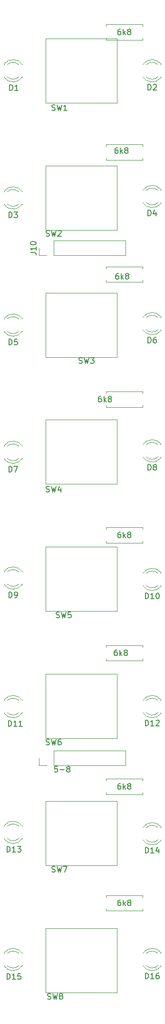
<source format=gbr>
G04 #@! TF.GenerationSoftware,KiCad,Pcbnew,(5.1.5)-3*
G04 #@! TF.CreationDate,2020-05-19T17:08:50-07:00*
G04 #@! TF.ProjectId,SM2REV1,534d3252-4556-4312-9e6b-696361645f70,rev?*
G04 #@! TF.SameCoordinates,Original*
G04 #@! TF.FileFunction,Legend,Top*
G04 #@! TF.FilePolarity,Positive*
%FSLAX46Y46*%
G04 Gerber Fmt 4.6, Leading zero omitted, Abs format (unit mm)*
G04 Created by KiCad (PCBNEW (5.1.5)-3) date 2020-05-19 17:08:50*
%MOMM*%
%LPD*%
G04 APERTURE LIST*
%ADD10C,0.120000*%
%ADD11C,0.150000*%
G04 APERTURE END LIST*
D10*
X125924000Y-149920000D02*
X125924000Y-148590000D01*
X127254000Y-149920000D02*
X125924000Y-149920000D01*
X128524000Y-149920000D02*
X128524000Y-147260000D01*
X128524000Y-147260000D02*
X141284000Y-147260000D01*
X128524000Y-149920000D02*
X141284000Y-149920000D01*
X141284000Y-149920000D02*
X141284000Y-147260000D01*
X125924000Y-59242000D02*
X125924000Y-57912000D01*
X127254000Y-59242000D02*
X125924000Y-59242000D01*
X128524000Y-59242000D02*
X128524000Y-56582000D01*
X128524000Y-56582000D02*
X141284000Y-56582000D01*
X128524000Y-59242000D02*
X141284000Y-59242000D01*
X141284000Y-59242000D02*
X141284000Y-56582000D01*
X119725000Y-27496000D02*
X119725000Y-27652000D01*
X119725000Y-25180000D02*
X119725000Y-25336000D01*
X122326130Y-27495837D02*
G75*
G02X120244039Y-27496000I-1041130J1079837D01*
G01*
X122326130Y-25336163D02*
G75*
G03X120244039Y-25336000I-1041130J-1079837D01*
G01*
X122957335Y-27494608D02*
G75*
G02X119725000Y-27651516I-1672335J1078608D01*
G01*
X122957335Y-25337392D02*
G75*
G03X119725000Y-25180484I-1672335J-1078608D01*
G01*
X144377665Y-27494608D02*
G75*
G03X147610000Y-27651516I1672335J1078608D01*
G01*
X144377665Y-25337392D02*
G75*
G02X147610000Y-25180484I1672335J-1078608D01*
G01*
X145008870Y-27495837D02*
G75*
G03X147090961Y-27496000I1041130J1079837D01*
G01*
X145008870Y-25336163D02*
G75*
G02X147090961Y-25336000I1041130J-1079837D01*
G01*
X147610000Y-27652000D02*
X147610000Y-27496000D01*
X147610000Y-25336000D02*
X147610000Y-25180000D01*
X122957335Y-47943392D02*
G75*
G03X119725000Y-47786484I-1672335J-1078608D01*
G01*
X122957335Y-50100608D02*
G75*
G02X119725000Y-50257516I-1672335J1078608D01*
G01*
X122326130Y-47942163D02*
G75*
G03X120244039Y-47942000I-1041130J-1079837D01*
G01*
X122326130Y-50101837D02*
G75*
G02X120244039Y-50102000I-1041130J1079837D01*
G01*
X119725000Y-47786000D02*
X119725000Y-47942000D01*
X119725000Y-50102000D02*
X119725000Y-50258000D01*
X147610000Y-47688000D02*
X147610000Y-47532000D01*
X147610000Y-50004000D02*
X147610000Y-49848000D01*
X145008870Y-47688163D02*
G75*
G02X147090961Y-47688000I1041130J-1079837D01*
G01*
X145008870Y-49847837D02*
G75*
G03X147090961Y-49848000I1041130J1079837D01*
G01*
X144377665Y-47689392D02*
G75*
G02X147610000Y-47532484I1672335J-1078608D01*
G01*
X144377665Y-49846608D02*
G75*
G03X147610000Y-50003516I1672335J1078608D01*
G01*
X119725000Y-72708000D02*
X119725000Y-72864000D01*
X119725000Y-70392000D02*
X119725000Y-70548000D01*
X122326130Y-72707837D02*
G75*
G02X120244039Y-72708000I-1041130J1079837D01*
G01*
X122326130Y-70548163D02*
G75*
G03X120244039Y-70548000I-1041130J-1079837D01*
G01*
X122957335Y-72706608D02*
G75*
G02X119725000Y-72863516I-1672335J1078608D01*
G01*
X122957335Y-70549392D02*
G75*
G03X119725000Y-70392484I-1672335J-1078608D01*
G01*
X144377665Y-72452608D02*
G75*
G03X147610000Y-72609516I1672335J1078608D01*
G01*
X144377665Y-70295392D02*
G75*
G02X147610000Y-70138484I1672335J-1078608D01*
G01*
X145008870Y-72453837D02*
G75*
G03X147090961Y-72454000I1041130J1079837D01*
G01*
X145008870Y-70294163D02*
G75*
G02X147090961Y-70294000I1041130J-1079837D01*
G01*
X147610000Y-72610000D02*
X147610000Y-72454000D01*
X147610000Y-70294000D02*
X147610000Y-70138000D01*
X122957335Y-93155392D02*
G75*
G03X119725000Y-92998484I-1672335J-1078608D01*
G01*
X122957335Y-95312608D02*
G75*
G02X119725000Y-95469516I-1672335J1078608D01*
G01*
X122326130Y-93154163D02*
G75*
G03X120244039Y-93154000I-1041130J-1079837D01*
G01*
X122326130Y-95313837D02*
G75*
G02X120244039Y-95314000I-1041130J1079837D01*
G01*
X119725000Y-92998000D02*
X119725000Y-93154000D01*
X119725000Y-95314000D02*
X119725000Y-95470000D01*
X147610000Y-92900000D02*
X147610000Y-92744000D01*
X147610000Y-95216000D02*
X147610000Y-95060000D01*
X145008870Y-92900163D02*
G75*
G02X147090961Y-92900000I1041130J-1079837D01*
G01*
X145008870Y-95059837D02*
G75*
G03X147090961Y-95060000I1041130J1079837D01*
G01*
X144377665Y-92901392D02*
G75*
G02X147610000Y-92744484I1672335J-1078608D01*
G01*
X144377665Y-95058608D02*
G75*
G03X147610000Y-95215516I1672335J1078608D01*
G01*
X119725000Y-117666000D02*
X119725000Y-117822000D01*
X119725000Y-115350000D02*
X119725000Y-115506000D01*
X122326130Y-117665837D02*
G75*
G02X120244039Y-117666000I-1041130J1079837D01*
G01*
X122326130Y-115506163D02*
G75*
G03X120244039Y-115506000I-1041130J-1079837D01*
G01*
X122957335Y-117664608D02*
G75*
G02X119725000Y-117821516I-1672335J1078608D01*
G01*
X122957335Y-115507392D02*
G75*
G03X119725000Y-115350484I-1672335J-1078608D01*
G01*
X144377665Y-117918608D02*
G75*
G03X147610000Y-118075516I1672335J1078608D01*
G01*
X144377665Y-115761392D02*
G75*
G02X147610000Y-115604484I1672335J-1078608D01*
G01*
X145008870Y-117919837D02*
G75*
G03X147090961Y-117920000I1041130J1079837D01*
G01*
X145008870Y-115760163D02*
G75*
G02X147090961Y-115760000I1041130J-1079837D01*
G01*
X147610000Y-118076000D02*
X147610000Y-117920000D01*
X147610000Y-115760000D02*
X147610000Y-115604000D01*
X122957335Y-138367392D02*
G75*
G03X119725000Y-138210484I-1672335J-1078608D01*
G01*
X122957335Y-140524608D02*
G75*
G02X119725000Y-140681516I-1672335J1078608D01*
G01*
X122326130Y-138366163D02*
G75*
G03X120244039Y-138366000I-1041130J-1079837D01*
G01*
X122326130Y-140525837D02*
G75*
G02X120244039Y-140526000I-1041130J1079837D01*
G01*
X119725000Y-138210000D02*
X119725000Y-138366000D01*
X119725000Y-140526000D02*
X119725000Y-140682000D01*
X147610000Y-138366000D02*
X147610000Y-138210000D01*
X147610000Y-140682000D02*
X147610000Y-140526000D01*
X145008870Y-138366163D02*
G75*
G02X147090961Y-138366000I1041130J-1079837D01*
G01*
X145008870Y-140525837D02*
G75*
G03X147090961Y-140526000I1041130J1079837D01*
G01*
X144377665Y-138367392D02*
G75*
G02X147610000Y-138210484I1672335J-1078608D01*
G01*
X144377665Y-140524608D02*
G75*
G03X147610000Y-140681516I1672335J1078608D01*
G01*
X119725000Y-162878000D02*
X119725000Y-163034000D01*
X119725000Y-160562000D02*
X119725000Y-160718000D01*
X122326130Y-162877837D02*
G75*
G02X120244039Y-162878000I-1041130J1079837D01*
G01*
X122326130Y-160718163D02*
G75*
G03X120244039Y-160718000I-1041130J-1079837D01*
G01*
X122957335Y-162876608D02*
G75*
G02X119725000Y-163033516I-1672335J1078608D01*
G01*
X122957335Y-160719392D02*
G75*
G03X119725000Y-160562484I-1672335J-1078608D01*
G01*
X144377665Y-163130608D02*
G75*
G03X147610000Y-163287516I1672335J1078608D01*
G01*
X144377665Y-160973392D02*
G75*
G02X147610000Y-160816484I1672335J-1078608D01*
G01*
X145008870Y-163131837D02*
G75*
G03X147090961Y-163132000I1041130J1079837D01*
G01*
X145008870Y-160972163D02*
G75*
G02X147090961Y-160972000I1041130J-1079837D01*
G01*
X147610000Y-163288000D02*
X147610000Y-163132000D01*
X147610000Y-160972000D02*
X147610000Y-160816000D01*
X122957335Y-183325392D02*
G75*
G03X119725000Y-183168484I-1672335J-1078608D01*
G01*
X122957335Y-185482608D02*
G75*
G02X119725000Y-185639516I-1672335J1078608D01*
G01*
X122326130Y-183324163D02*
G75*
G03X120244039Y-183324000I-1041130J-1079837D01*
G01*
X122326130Y-185483837D02*
G75*
G02X120244039Y-185484000I-1041130J1079837D01*
G01*
X119725000Y-183168000D02*
X119725000Y-183324000D01*
X119725000Y-185484000D02*
X119725000Y-185640000D01*
X147610000Y-183324000D02*
X147610000Y-183168000D01*
X147610000Y-185640000D02*
X147610000Y-185484000D01*
X145008870Y-183324163D02*
G75*
G02X147090961Y-183324000I1041130J-1079837D01*
G01*
X145008870Y-185483837D02*
G75*
G03X147090961Y-185484000I1041130J1079837D01*
G01*
X144377665Y-183325392D02*
G75*
G02X147610000Y-183168484I1672335J-1078608D01*
G01*
X144377665Y-185482608D02*
G75*
G03X147610000Y-185639516I1672335J1078608D01*
G01*
X137827000Y-18518000D02*
X137827000Y-18188000D01*
X137827000Y-18188000D02*
X144367000Y-18188000D01*
X144367000Y-18188000D02*
X144367000Y-18518000D01*
X137827000Y-20598000D02*
X137827000Y-20928000D01*
X137827000Y-20928000D02*
X144367000Y-20928000D01*
X144367000Y-20928000D02*
X144367000Y-20598000D01*
X144367000Y-42264000D02*
X144367000Y-41934000D01*
X137827000Y-42264000D02*
X144367000Y-42264000D01*
X137827000Y-41934000D02*
X137827000Y-42264000D01*
X144367000Y-39524000D02*
X144367000Y-39854000D01*
X137827000Y-39524000D02*
X144367000Y-39524000D01*
X137827000Y-39854000D02*
X137827000Y-39524000D01*
X137827000Y-61571000D02*
X137827000Y-61241000D01*
X137827000Y-61241000D02*
X144367000Y-61241000D01*
X144367000Y-61241000D02*
X144367000Y-61571000D01*
X137827000Y-63651000D02*
X137827000Y-63981000D01*
X137827000Y-63981000D02*
X144367000Y-63981000D01*
X144367000Y-63981000D02*
X144367000Y-63651000D01*
X144367000Y-86206000D02*
X144367000Y-85876000D01*
X137827000Y-86206000D02*
X144367000Y-86206000D01*
X137827000Y-85876000D02*
X137827000Y-86206000D01*
X144367000Y-83466000D02*
X144367000Y-83796000D01*
X137827000Y-83466000D02*
X144367000Y-83466000D01*
X137827000Y-83796000D02*
X137827000Y-83466000D01*
X137827000Y-107926000D02*
X137827000Y-107596000D01*
X137827000Y-107596000D02*
X144367000Y-107596000D01*
X144367000Y-107596000D02*
X144367000Y-107926000D01*
X137827000Y-110006000D02*
X137827000Y-110336000D01*
X137827000Y-110336000D02*
X144367000Y-110336000D01*
X144367000Y-110336000D02*
X144367000Y-110006000D01*
X144367000Y-131291000D02*
X144367000Y-130961000D01*
X137827000Y-131291000D02*
X144367000Y-131291000D01*
X137827000Y-130961000D02*
X137827000Y-131291000D01*
X144367000Y-128551000D02*
X144367000Y-128881000D01*
X137827000Y-128551000D02*
X144367000Y-128551000D01*
X137827000Y-128881000D02*
X137827000Y-128551000D01*
X137827000Y-152630000D02*
X137827000Y-152300000D01*
X137827000Y-152300000D02*
X144367000Y-152300000D01*
X144367000Y-152300000D02*
X144367000Y-152630000D01*
X137827000Y-154710000D02*
X137827000Y-155040000D01*
X137827000Y-155040000D02*
X144367000Y-155040000D01*
X144367000Y-155040000D02*
X144367000Y-154710000D01*
X144367000Y-175741000D02*
X144367000Y-175411000D01*
X137827000Y-175741000D02*
X144367000Y-175741000D01*
X137827000Y-175411000D02*
X137827000Y-175741000D01*
X144367000Y-173001000D02*
X144367000Y-173331000D01*
X137827000Y-173001000D02*
X144367000Y-173001000D01*
X137827000Y-173331000D02*
X137827000Y-173001000D01*
X127127000Y-32131000D02*
X127127000Y-20701000D01*
X127127000Y-32131000D02*
X139827000Y-32131000D01*
X127127000Y-20701000D02*
X139827000Y-20701000D01*
X139827000Y-32131000D02*
X139827000Y-20701000D01*
X139827000Y-54718857D02*
X139827000Y-43288857D01*
X127127000Y-43288857D02*
X139827000Y-43288857D01*
X127127000Y-54718857D02*
X139827000Y-54718857D01*
X127127000Y-54718857D02*
X127127000Y-43288857D01*
X127127000Y-77306714D02*
X127127000Y-65876714D01*
X127127000Y-77306714D02*
X139827000Y-77306714D01*
X127127000Y-65876714D02*
X139827000Y-65876714D01*
X139827000Y-77306714D02*
X139827000Y-65876714D01*
X139827000Y-99894571D02*
X139827000Y-88464571D01*
X127127000Y-88464571D02*
X139827000Y-88464571D01*
X127127000Y-99894571D02*
X139827000Y-99894571D01*
X127127000Y-99894571D02*
X127127000Y-88464571D01*
X127127000Y-122482428D02*
X127127000Y-111052428D01*
X127127000Y-122482428D02*
X139827000Y-122482428D01*
X127127000Y-111052428D02*
X139827000Y-111052428D01*
X139827000Y-122482428D02*
X139827000Y-111052428D01*
X139827000Y-145070285D02*
X139827000Y-133640285D01*
X127127000Y-133640285D02*
X139827000Y-133640285D01*
X127127000Y-145070285D02*
X139827000Y-145070285D01*
X127127000Y-145070285D02*
X127127000Y-133640285D01*
X127127000Y-167658142D02*
X127127000Y-156228142D01*
X127127000Y-167658142D02*
X139827000Y-167658142D01*
X127127000Y-156228142D02*
X139827000Y-156228142D01*
X139827000Y-167658142D02*
X139827000Y-156228142D01*
X139827000Y-190246000D02*
X139827000Y-178816000D01*
X127127000Y-178816000D02*
X139827000Y-178816000D01*
X127127000Y-190246000D02*
X139827000Y-190246000D01*
X127127000Y-190246000D02*
X127127000Y-178816000D01*
D11*
X129190857Y-150074380D02*
X128714666Y-150074380D01*
X128667047Y-150550571D01*
X128714666Y-150502952D01*
X128809904Y-150455333D01*
X129048000Y-150455333D01*
X129143238Y-150502952D01*
X129190857Y-150550571D01*
X129238476Y-150645809D01*
X129238476Y-150883904D01*
X129190857Y-150979142D01*
X129143238Y-151026761D01*
X129048000Y-151074380D01*
X128809904Y-151074380D01*
X128714666Y-151026761D01*
X128667047Y-150979142D01*
X129667047Y-150693428D02*
X130428952Y-150693428D01*
X131048000Y-150502952D02*
X130952761Y-150455333D01*
X130905142Y-150407714D01*
X130857523Y-150312476D01*
X130857523Y-150264857D01*
X130905142Y-150169619D01*
X130952761Y-150122000D01*
X131048000Y-150074380D01*
X131238476Y-150074380D01*
X131333714Y-150122000D01*
X131381333Y-150169619D01*
X131428952Y-150264857D01*
X131428952Y-150312476D01*
X131381333Y-150407714D01*
X131333714Y-150455333D01*
X131238476Y-150502952D01*
X131048000Y-150502952D01*
X130952761Y-150550571D01*
X130905142Y-150598190D01*
X130857523Y-150693428D01*
X130857523Y-150883904D01*
X130905142Y-150979142D01*
X130952761Y-151026761D01*
X131048000Y-151074380D01*
X131238476Y-151074380D01*
X131333714Y-151026761D01*
X131381333Y-150979142D01*
X131428952Y-150883904D01*
X131428952Y-150693428D01*
X131381333Y-150598190D01*
X131333714Y-150550571D01*
X131238476Y-150502952D01*
X124376380Y-58721523D02*
X125090666Y-58721523D01*
X125233523Y-58769142D01*
X125328761Y-58864380D01*
X125376380Y-59007238D01*
X125376380Y-59102476D01*
X125376380Y-57721523D02*
X125376380Y-58292952D01*
X125376380Y-58007238D02*
X124376380Y-58007238D01*
X124519238Y-58102476D01*
X124614476Y-58197714D01*
X124662095Y-58292952D01*
X124376380Y-57102476D02*
X124376380Y-57007238D01*
X124424000Y-56912000D01*
X124471619Y-56864380D01*
X124566857Y-56816761D01*
X124757333Y-56769142D01*
X124995428Y-56769142D01*
X125185904Y-56816761D01*
X125281142Y-56864380D01*
X125328761Y-56912000D01*
X125376380Y-57007238D01*
X125376380Y-57102476D01*
X125328761Y-57197714D01*
X125281142Y-57245333D01*
X125185904Y-57292952D01*
X124995428Y-57340571D01*
X124757333Y-57340571D01*
X124566857Y-57292952D01*
X124471619Y-57245333D01*
X124424000Y-57197714D01*
X124376380Y-57102476D01*
X120673904Y-29916380D02*
X120673904Y-28916380D01*
X120912000Y-28916380D01*
X121054857Y-28964000D01*
X121150095Y-29059238D01*
X121197714Y-29154476D01*
X121245333Y-29344952D01*
X121245333Y-29487809D01*
X121197714Y-29678285D01*
X121150095Y-29773523D01*
X121054857Y-29868761D01*
X120912000Y-29916380D01*
X120673904Y-29916380D01*
X122197714Y-29916380D02*
X121626285Y-29916380D01*
X121912000Y-29916380D02*
X121912000Y-28916380D01*
X121816761Y-29059238D01*
X121721523Y-29154476D01*
X121626285Y-29202095D01*
X145311904Y-29828380D02*
X145311904Y-28828380D01*
X145550000Y-28828380D01*
X145692857Y-28876000D01*
X145788095Y-28971238D01*
X145835714Y-29066476D01*
X145883333Y-29256952D01*
X145883333Y-29399809D01*
X145835714Y-29590285D01*
X145788095Y-29685523D01*
X145692857Y-29780761D01*
X145550000Y-29828380D01*
X145311904Y-29828380D01*
X146264285Y-28923619D02*
X146311904Y-28876000D01*
X146407142Y-28828380D01*
X146645238Y-28828380D01*
X146740476Y-28876000D01*
X146788095Y-28923619D01*
X146835714Y-29018857D01*
X146835714Y-29114095D01*
X146788095Y-29256952D01*
X146216666Y-29828380D01*
X146835714Y-29828380D01*
X120546904Y-52522380D02*
X120546904Y-51522380D01*
X120785000Y-51522380D01*
X120927857Y-51570000D01*
X121023095Y-51665238D01*
X121070714Y-51760476D01*
X121118333Y-51950952D01*
X121118333Y-52093809D01*
X121070714Y-52284285D01*
X121023095Y-52379523D01*
X120927857Y-52474761D01*
X120785000Y-52522380D01*
X120546904Y-52522380D01*
X121451666Y-51522380D02*
X122070714Y-51522380D01*
X121737380Y-51903333D01*
X121880238Y-51903333D01*
X121975476Y-51950952D01*
X122023095Y-51998571D01*
X122070714Y-52093809D01*
X122070714Y-52331904D01*
X122023095Y-52427142D01*
X121975476Y-52474761D01*
X121880238Y-52522380D01*
X121594523Y-52522380D01*
X121499285Y-52474761D01*
X121451666Y-52427142D01*
X145311904Y-52180380D02*
X145311904Y-51180380D01*
X145550000Y-51180380D01*
X145692857Y-51228000D01*
X145788095Y-51323238D01*
X145835714Y-51418476D01*
X145883333Y-51608952D01*
X145883333Y-51751809D01*
X145835714Y-51942285D01*
X145788095Y-52037523D01*
X145692857Y-52132761D01*
X145550000Y-52180380D01*
X145311904Y-52180380D01*
X146740476Y-51513714D02*
X146740476Y-52180380D01*
X146502380Y-51132761D02*
X146264285Y-51847047D01*
X146883333Y-51847047D01*
X120546904Y-75128380D02*
X120546904Y-74128380D01*
X120785000Y-74128380D01*
X120927857Y-74176000D01*
X121023095Y-74271238D01*
X121070714Y-74366476D01*
X121118333Y-74556952D01*
X121118333Y-74699809D01*
X121070714Y-74890285D01*
X121023095Y-74985523D01*
X120927857Y-75080761D01*
X120785000Y-75128380D01*
X120546904Y-75128380D01*
X122023095Y-74128380D02*
X121546904Y-74128380D01*
X121499285Y-74604571D01*
X121546904Y-74556952D01*
X121642142Y-74509333D01*
X121880238Y-74509333D01*
X121975476Y-74556952D01*
X122023095Y-74604571D01*
X122070714Y-74699809D01*
X122070714Y-74937904D01*
X122023095Y-75033142D01*
X121975476Y-75080761D01*
X121880238Y-75128380D01*
X121642142Y-75128380D01*
X121546904Y-75080761D01*
X121499285Y-75033142D01*
X145311904Y-74786380D02*
X145311904Y-73786380D01*
X145550000Y-73786380D01*
X145692857Y-73834000D01*
X145788095Y-73929238D01*
X145835714Y-74024476D01*
X145883333Y-74214952D01*
X145883333Y-74357809D01*
X145835714Y-74548285D01*
X145788095Y-74643523D01*
X145692857Y-74738761D01*
X145550000Y-74786380D01*
X145311904Y-74786380D01*
X146740476Y-73786380D02*
X146550000Y-73786380D01*
X146454761Y-73834000D01*
X146407142Y-73881619D01*
X146311904Y-74024476D01*
X146264285Y-74214952D01*
X146264285Y-74595904D01*
X146311904Y-74691142D01*
X146359523Y-74738761D01*
X146454761Y-74786380D01*
X146645238Y-74786380D01*
X146740476Y-74738761D01*
X146788095Y-74691142D01*
X146835714Y-74595904D01*
X146835714Y-74357809D01*
X146788095Y-74262571D01*
X146740476Y-74214952D01*
X146645238Y-74167333D01*
X146454761Y-74167333D01*
X146359523Y-74214952D01*
X146311904Y-74262571D01*
X146264285Y-74357809D01*
X120546904Y-97734380D02*
X120546904Y-96734380D01*
X120785000Y-96734380D01*
X120927857Y-96782000D01*
X121023095Y-96877238D01*
X121070714Y-96972476D01*
X121118333Y-97162952D01*
X121118333Y-97305809D01*
X121070714Y-97496285D01*
X121023095Y-97591523D01*
X120927857Y-97686761D01*
X120785000Y-97734380D01*
X120546904Y-97734380D01*
X121451666Y-96734380D02*
X122118333Y-96734380D01*
X121689761Y-97734380D01*
X145311904Y-97392380D02*
X145311904Y-96392380D01*
X145550000Y-96392380D01*
X145692857Y-96440000D01*
X145788095Y-96535238D01*
X145835714Y-96630476D01*
X145883333Y-96820952D01*
X145883333Y-96963809D01*
X145835714Y-97154285D01*
X145788095Y-97249523D01*
X145692857Y-97344761D01*
X145550000Y-97392380D01*
X145311904Y-97392380D01*
X146454761Y-96820952D02*
X146359523Y-96773333D01*
X146311904Y-96725714D01*
X146264285Y-96630476D01*
X146264285Y-96582857D01*
X146311904Y-96487619D01*
X146359523Y-96440000D01*
X146454761Y-96392380D01*
X146645238Y-96392380D01*
X146740476Y-96440000D01*
X146788095Y-96487619D01*
X146835714Y-96582857D01*
X146835714Y-96630476D01*
X146788095Y-96725714D01*
X146740476Y-96773333D01*
X146645238Y-96820952D01*
X146454761Y-96820952D01*
X146359523Y-96868571D01*
X146311904Y-96916190D01*
X146264285Y-97011428D01*
X146264285Y-97201904D01*
X146311904Y-97297142D01*
X146359523Y-97344761D01*
X146454761Y-97392380D01*
X146645238Y-97392380D01*
X146740476Y-97344761D01*
X146788095Y-97297142D01*
X146835714Y-97201904D01*
X146835714Y-97011428D01*
X146788095Y-96916190D01*
X146740476Y-96868571D01*
X146645238Y-96820952D01*
X120546904Y-120086380D02*
X120546904Y-119086380D01*
X120785000Y-119086380D01*
X120927857Y-119134000D01*
X121023095Y-119229238D01*
X121070714Y-119324476D01*
X121118333Y-119514952D01*
X121118333Y-119657809D01*
X121070714Y-119848285D01*
X121023095Y-119943523D01*
X120927857Y-120038761D01*
X120785000Y-120086380D01*
X120546904Y-120086380D01*
X121594523Y-120086380D02*
X121785000Y-120086380D01*
X121880238Y-120038761D01*
X121927857Y-119991142D01*
X122023095Y-119848285D01*
X122070714Y-119657809D01*
X122070714Y-119276857D01*
X122023095Y-119181619D01*
X121975476Y-119134000D01*
X121880238Y-119086380D01*
X121689761Y-119086380D01*
X121594523Y-119134000D01*
X121546904Y-119181619D01*
X121499285Y-119276857D01*
X121499285Y-119514952D01*
X121546904Y-119610190D01*
X121594523Y-119657809D01*
X121689761Y-119705428D01*
X121880238Y-119705428D01*
X121975476Y-119657809D01*
X122023095Y-119610190D01*
X122070714Y-119514952D01*
X144835714Y-120252380D02*
X144835714Y-119252380D01*
X145073809Y-119252380D01*
X145216666Y-119300000D01*
X145311904Y-119395238D01*
X145359523Y-119490476D01*
X145407142Y-119680952D01*
X145407142Y-119823809D01*
X145359523Y-120014285D01*
X145311904Y-120109523D01*
X145216666Y-120204761D01*
X145073809Y-120252380D01*
X144835714Y-120252380D01*
X146359523Y-120252380D02*
X145788095Y-120252380D01*
X146073809Y-120252380D02*
X146073809Y-119252380D01*
X145978571Y-119395238D01*
X145883333Y-119490476D01*
X145788095Y-119538095D01*
X146978571Y-119252380D02*
X147073809Y-119252380D01*
X147169047Y-119300000D01*
X147216666Y-119347619D01*
X147264285Y-119442857D01*
X147311904Y-119633333D01*
X147311904Y-119871428D01*
X147264285Y-120061904D01*
X147216666Y-120157142D01*
X147169047Y-120204761D01*
X147073809Y-120252380D01*
X146978571Y-120252380D01*
X146883333Y-120204761D01*
X146835714Y-120157142D01*
X146788095Y-120061904D01*
X146740476Y-119871428D01*
X146740476Y-119633333D01*
X146788095Y-119442857D01*
X146835714Y-119347619D01*
X146883333Y-119300000D01*
X146978571Y-119252380D01*
X120451714Y-142946380D02*
X120451714Y-141946380D01*
X120689809Y-141946380D01*
X120832666Y-141994000D01*
X120927904Y-142089238D01*
X120975523Y-142184476D01*
X121023142Y-142374952D01*
X121023142Y-142517809D01*
X120975523Y-142708285D01*
X120927904Y-142803523D01*
X120832666Y-142898761D01*
X120689809Y-142946380D01*
X120451714Y-142946380D01*
X121975523Y-142946380D02*
X121404095Y-142946380D01*
X121689809Y-142946380D02*
X121689809Y-141946380D01*
X121594571Y-142089238D01*
X121499333Y-142184476D01*
X121404095Y-142232095D01*
X122927904Y-142946380D02*
X122356476Y-142946380D01*
X122642190Y-142946380D02*
X122642190Y-141946380D01*
X122546952Y-142089238D01*
X122451714Y-142184476D01*
X122356476Y-142232095D01*
X144835714Y-142858380D02*
X144835714Y-141858380D01*
X145073809Y-141858380D01*
X145216666Y-141906000D01*
X145311904Y-142001238D01*
X145359523Y-142096476D01*
X145407142Y-142286952D01*
X145407142Y-142429809D01*
X145359523Y-142620285D01*
X145311904Y-142715523D01*
X145216666Y-142810761D01*
X145073809Y-142858380D01*
X144835714Y-142858380D01*
X146359523Y-142858380D02*
X145788095Y-142858380D01*
X146073809Y-142858380D02*
X146073809Y-141858380D01*
X145978571Y-142001238D01*
X145883333Y-142096476D01*
X145788095Y-142144095D01*
X146740476Y-141953619D02*
X146788095Y-141906000D01*
X146883333Y-141858380D01*
X147121428Y-141858380D01*
X147216666Y-141906000D01*
X147264285Y-141953619D01*
X147311904Y-142048857D01*
X147311904Y-142144095D01*
X147264285Y-142286952D01*
X146692857Y-142858380D01*
X147311904Y-142858380D01*
X120197714Y-165298380D02*
X120197714Y-164298380D01*
X120435809Y-164298380D01*
X120578666Y-164346000D01*
X120673904Y-164441238D01*
X120721523Y-164536476D01*
X120769142Y-164726952D01*
X120769142Y-164869809D01*
X120721523Y-165060285D01*
X120673904Y-165155523D01*
X120578666Y-165250761D01*
X120435809Y-165298380D01*
X120197714Y-165298380D01*
X121721523Y-165298380D02*
X121150095Y-165298380D01*
X121435809Y-165298380D02*
X121435809Y-164298380D01*
X121340571Y-164441238D01*
X121245333Y-164536476D01*
X121150095Y-164584095D01*
X122054857Y-164298380D02*
X122673904Y-164298380D01*
X122340571Y-164679333D01*
X122483428Y-164679333D01*
X122578666Y-164726952D01*
X122626285Y-164774571D01*
X122673904Y-164869809D01*
X122673904Y-165107904D01*
X122626285Y-165203142D01*
X122578666Y-165250761D01*
X122483428Y-165298380D01*
X122197714Y-165298380D01*
X122102476Y-165250761D01*
X122054857Y-165203142D01*
X144835714Y-165464380D02*
X144835714Y-164464380D01*
X145073809Y-164464380D01*
X145216666Y-164512000D01*
X145311904Y-164607238D01*
X145359523Y-164702476D01*
X145407142Y-164892952D01*
X145407142Y-165035809D01*
X145359523Y-165226285D01*
X145311904Y-165321523D01*
X145216666Y-165416761D01*
X145073809Y-165464380D01*
X144835714Y-165464380D01*
X146359523Y-165464380D02*
X145788095Y-165464380D01*
X146073809Y-165464380D02*
X146073809Y-164464380D01*
X145978571Y-164607238D01*
X145883333Y-164702476D01*
X145788095Y-164750095D01*
X147216666Y-164797714D02*
X147216666Y-165464380D01*
X146978571Y-164416761D02*
X146740476Y-165131047D01*
X147359523Y-165131047D01*
X120197714Y-187904380D02*
X120197714Y-186904380D01*
X120435809Y-186904380D01*
X120578666Y-186952000D01*
X120673904Y-187047238D01*
X120721523Y-187142476D01*
X120769142Y-187332952D01*
X120769142Y-187475809D01*
X120721523Y-187666285D01*
X120673904Y-187761523D01*
X120578666Y-187856761D01*
X120435809Y-187904380D01*
X120197714Y-187904380D01*
X121721523Y-187904380D02*
X121150095Y-187904380D01*
X121435809Y-187904380D02*
X121435809Y-186904380D01*
X121340571Y-187047238D01*
X121245333Y-187142476D01*
X121150095Y-187190095D01*
X122626285Y-186904380D02*
X122150095Y-186904380D01*
X122102476Y-187380571D01*
X122150095Y-187332952D01*
X122245333Y-187285333D01*
X122483428Y-187285333D01*
X122578666Y-187332952D01*
X122626285Y-187380571D01*
X122673904Y-187475809D01*
X122673904Y-187713904D01*
X122626285Y-187809142D01*
X122578666Y-187856761D01*
X122483428Y-187904380D01*
X122245333Y-187904380D01*
X122150095Y-187856761D01*
X122102476Y-187809142D01*
X144835714Y-187816380D02*
X144835714Y-186816380D01*
X145073809Y-186816380D01*
X145216666Y-186864000D01*
X145311904Y-186959238D01*
X145359523Y-187054476D01*
X145407142Y-187244952D01*
X145407142Y-187387809D01*
X145359523Y-187578285D01*
X145311904Y-187673523D01*
X145216666Y-187768761D01*
X145073809Y-187816380D01*
X144835714Y-187816380D01*
X146359523Y-187816380D02*
X145788095Y-187816380D01*
X146073809Y-187816380D02*
X146073809Y-186816380D01*
X145978571Y-186959238D01*
X145883333Y-187054476D01*
X145788095Y-187102095D01*
X147216666Y-186816380D02*
X147026190Y-186816380D01*
X146930952Y-186864000D01*
X146883333Y-186911619D01*
X146788095Y-187054476D01*
X146740476Y-187244952D01*
X146740476Y-187625904D01*
X146788095Y-187721142D01*
X146835714Y-187768761D01*
X146930952Y-187816380D01*
X147121428Y-187816380D01*
X147216666Y-187768761D01*
X147264285Y-187721142D01*
X147311904Y-187625904D01*
X147311904Y-187387809D01*
X147264285Y-187292571D01*
X147216666Y-187244952D01*
X147121428Y-187197333D01*
X146930952Y-187197333D01*
X146835714Y-187244952D01*
X146788095Y-187292571D01*
X146740476Y-187387809D01*
X140406523Y-19010380D02*
X140216047Y-19010380D01*
X140120809Y-19058000D01*
X140073190Y-19105619D01*
X139977952Y-19248476D01*
X139930333Y-19438952D01*
X139930333Y-19819904D01*
X139977952Y-19915142D01*
X140025571Y-19962761D01*
X140120809Y-20010380D01*
X140311285Y-20010380D01*
X140406523Y-19962761D01*
X140454142Y-19915142D01*
X140501761Y-19819904D01*
X140501761Y-19581809D01*
X140454142Y-19486571D01*
X140406523Y-19438952D01*
X140311285Y-19391333D01*
X140120809Y-19391333D01*
X140025571Y-19438952D01*
X139977952Y-19486571D01*
X139930333Y-19581809D01*
X140930333Y-20010380D02*
X140930333Y-19010380D01*
X141025571Y-19629428D02*
X141311285Y-20010380D01*
X141311285Y-19343714D02*
X140930333Y-19724666D01*
X141882714Y-19438952D02*
X141787476Y-19391333D01*
X141739857Y-19343714D01*
X141692238Y-19248476D01*
X141692238Y-19200857D01*
X141739857Y-19105619D01*
X141787476Y-19058000D01*
X141882714Y-19010380D01*
X142073190Y-19010380D01*
X142168428Y-19058000D01*
X142216047Y-19105619D01*
X142263666Y-19200857D01*
X142263666Y-19248476D01*
X142216047Y-19343714D01*
X142168428Y-19391333D01*
X142073190Y-19438952D01*
X141882714Y-19438952D01*
X141787476Y-19486571D01*
X141739857Y-19534190D01*
X141692238Y-19629428D01*
X141692238Y-19819904D01*
X141739857Y-19915142D01*
X141787476Y-19962761D01*
X141882714Y-20010380D01*
X142073190Y-20010380D01*
X142168428Y-19962761D01*
X142216047Y-19915142D01*
X142263666Y-19819904D01*
X142263666Y-19629428D01*
X142216047Y-19534190D01*
X142168428Y-19486571D01*
X142073190Y-19438952D01*
X139898523Y-40092380D02*
X139708047Y-40092380D01*
X139612809Y-40140000D01*
X139565190Y-40187619D01*
X139469952Y-40330476D01*
X139422333Y-40520952D01*
X139422333Y-40901904D01*
X139469952Y-40997142D01*
X139517571Y-41044761D01*
X139612809Y-41092380D01*
X139803285Y-41092380D01*
X139898523Y-41044761D01*
X139946142Y-40997142D01*
X139993761Y-40901904D01*
X139993761Y-40663809D01*
X139946142Y-40568571D01*
X139898523Y-40520952D01*
X139803285Y-40473333D01*
X139612809Y-40473333D01*
X139517571Y-40520952D01*
X139469952Y-40568571D01*
X139422333Y-40663809D01*
X140422333Y-41092380D02*
X140422333Y-40092380D01*
X140517571Y-40711428D02*
X140803285Y-41092380D01*
X140803285Y-40425714D02*
X140422333Y-40806666D01*
X141374714Y-40520952D02*
X141279476Y-40473333D01*
X141231857Y-40425714D01*
X141184238Y-40330476D01*
X141184238Y-40282857D01*
X141231857Y-40187619D01*
X141279476Y-40140000D01*
X141374714Y-40092380D01*
X141565190Y-40092380D01*
X141660428Y-40140000D01*
X141708047Y-40187619D01*
X141755666Y-40282857D01*
X141755666Y-40330476D01*
X141708047Y-40425714D01*
X141660428Y-40473333D01*
X141565190Y-40520952D01*
X141374714Y-40520952D01*
X141279476Y-40568571D01*
X141231857Y-40616190D01*
X141184238Y-40711428D01*
X141184238Y-40901904D01*
X141231857Y-40997142D01*
X141279476Y-41044761D01*
X141374714Y-41092380D01*
X141565190Y-41092380D01*
X141660428Y-41044761D01*
X141708047Y-40997142D01*
X141755666Y-40901904D01*
X141755666Y-40711428D01*
X141708047Y-40616190D01*
X141660428Y-40568571D01*
X141565190Y-40520952D01*
X140025523Y-62444380D02*
X139835047Y-62444380D01*
X139739809Y-62492000D01*
X139692190Y-62539619D01*
X139596952Y-62682476D01*
X139549333Y-62872952D01*
X139549333Y-63253904D01*
X139596952Y-63349142D01*
X139644571Y-63396761D01*
X139739809Y-63444380D01*
X139930285Y-63444380D01*
X140025523Y-63396761D01*
X140073142Y-63349142D01*
X140120761Y-63253904D01*
X140120761Y-63015809D01*
X140073142Y-62920571D01*
X140025523Y-62872952D01*
X139930285Y-62825333D01*
X139739809Y-62825333D01*
X139644571Y-62872952D01*
X139596952Y-62920571D01*
X139549333Y-63015809D01*
X140549333Y-63444380D02*
X140549333Y-62444380D01*
X140644571Y-63063428D02*
X140930285Y-63444380D01*
X140930285Y-62777714D02*
X140549333Y-63158666D01*
X141501714Y-62872952D02*
X141406476Y-62825333D01*
X141358857Y-62777714D01*
X141311238Y-62682476D01*
X141311238Y-62634857D01*
X141358857Y-62539619D01*
X141406476Y-62492000D01*
X141501714Y-62444380D01*
X141692190Y-62444380D01*
X141787428Y-62492000D01*
X141835047Y-62539619D01*
X141882666Y-62634857D01*
X141882666Y-62682476D01*
X141835047Y-62777714D01*
X141787428Y-62825333D01*
X141692190Y-62872952D01*
X141501714Y-62872952D01*
X141406476Y-62920571D01*
X141358857Y-62968190D01*
X141311238Y-63063428D01*
X141311238Y-63253904D01*
X141358857Y-63349142D01*
X141406476Y-63396761D01*
X141501714Y-63444380D01*
X141692190Y-63444380D01*
X141787428Y-63396761D01*
X141835047Y-63349142D01*
X141882666Y-63253904D01*
X141882666Y-63063428D01*
X141835047Y-62968190D01*
X141787428Y-62920571D01*
X141692190Y-62872952D01*
X136953665Y-84288380D02*
X136763189Y-84288380D01*
X136667951Y-84336000D01*
X136620332Y-84383619D01*
X136525094Y-84526476D01*
X136477475Y-84716952D01*
X136477475Y-85097904D01*
X136525094Y-85193142D01*
X136572713Y-85240761D01*
X136667951Y-85288380D01*
X136858427Y-85288380D01*
X136953665Y-85240761D01*
X137001284Y-85193142D01*
X137048903Y-85097904D01*
X137048903Y-84859809D01*
X137001284Y-84764571D01*
X136953665Y-84716952D01*
X136858427Y-84669333D01*
X136667951Y-84669333D01*
X136572713Y-84716952D01*
X136525094Y-84764571D01*
X136477475Y-84859809D01*
X137477475Y-85288380D02*
X137477475Y-84288380D01*
X137572713Y-84907428D02*
X137858427Y-85288380D01*
X137858427Y-84621714D02*
X137477475Y-85002666D01*
X138429856Y-84716952D02*
X138334618Y-84669333D01*
X138286999Y-84621714D01*
X138239380Y-84526476D01*
X138239380Y-84478857D01*
X138286999Y-84383619D01*
X138334618Y-84336000D01*
X138429856Y-84288380D01*
X138620332Y-84288380D01*
X138715570Y-84336000D01*
X138763189Y-84383619D01*
X138810808Y-84478857D01*
X138810808Y-84526476D01*
X138763189Y-84621714D01*
X138715570Y-84669333D01*
X138620332Y-84716952D01*
X138429856Y-84716952D01*
X138334618Y-84764571D01*
X138286999Y-84812190D01*
X138239380Y-84907428D01*
X138239380Y-85097904D01*
X138286999Y-85193142D01*
X138334618Y-85240761D01*
X138429856Y-85288380D01*
X138620332Y-85288380D01*
X138715570Y-85240761D01*
X138763189Y-85193142D01*
X138810808Y-85097904D01*
X138810808Y-84907428D01*
X138763189Y-84812190D01*
X138715570Y-84764571D01*
X138620332Y-84716952D01*
X140406523Y-108418380D02*
X140216047Y-108418380D01*
X140120809Y-108466000D01*
X140073190Y-108513619D01*
X139977952Y-108656476D01*
X139930333Y-108846952D01*
X139930333Y-109227904D01*
X139977952Y-109323142D01*
X140025571Y-109370761D01*
X140120809Y-109418380D01*
X140311285Y-109418380D01*
X140406523Y-109370761D01*
X140454142Y-109323142D01*
X140501761Y-109227904D01*
X140501761Y-108989809D01*
X140454142Y-108894571D01*
X140406523Y-108846952D01*
X140311285Y-108799333D01*
X140120809Y-108799333D01*
X140025571Y-108846952D01*
X139977952Y-108894571D01*
X139930333Y-108989809D01*
X140930333Y-109418380D02*
X140930333Y-108418380D01*
X141025571Y-109037428D02*
X141311285Y-109418380D01*
X141311285Y-108751714D02*
X140930333Y-109132666D01*
X141882714Y-108846952D02*
X141787476Y-108799333D01*
X141739857Y-108751714D01*
X141692238Y-108656476D01*
X141692238Y-108608857D01*
X141739857Y-108513619D01*
X141787476Y-108466000D01*
X141882714Y-108418380D01*
X142073190Y-108418380D01*
X142168428Y-108466000D01*
X142216047Y-108513619D01*
X142263666Y-108608857D01*
X142263666Y-108656476D01*
X142216047Y-108751714D01*
X142168428Y-108799333D01*
X142073190Y-108846952D01*
X141882714Y-108846952D01*
X141787476Y-108894571D01*
X141739857Y-108942190D01*
X141692238Y-109037428D01*
X141692238Y-109227904D01*
X141739857Y-109323142D01*
X141787476Y-109370761D01*
X141882714Y-109418380D01*
X142073190Y-109418380D01*
X142168428Y-109370761D01*
X142216047Y-109323142D01*
X142263666Y-109227904D01*
X142263666Y-109037428D01*
X142216047Y-108942190D01*
X142168428Y-108894571D01*
X142073190Y-108846952D01*
X139771523Y-129373380D02*
X139581047Y-129373380D01*
X139485809Y-129421000D01*
X139438190Y-129468619D01*
X139342952Y-129611476D01*
X139295333Y-129801952D01*
X139295333Y-130182904D01*
X139342952Y-130278142D01*
X139390571Y-130325761D01*
X139485809Y-130373380D01*
X139676285Y-130373380D01*
X139771523Y-130325761D01*
X139819142Y-130278142D01*
X139866761Y-130182904D01*
X139866761Y-129944809D01*
X139819142Y-129849571D01*
X139771523Y-129801952D01*
X139676285Y-129754333D01*
X139485809Y-129754333D01*
X139390571Y-129801952D01*
X139342952Y-129849571D01*
X139295333Y-129944809D01*
X140295333Y-130373380D02*
X140295333Y-129373380D01*
X140390571Y-129992428D02*
X140676285Y-130373380D01*
X140676285Y-129706714D02*
X140295333Y-130087666D01*
X141247714Y-129801952D02*
X141152476Y-129754333D01*
X141104857Y-129706714D01*
X141057238Y-129611476D01*
X141057238Y-129563857D01*
X141104857Y-129468619D01*
X141152476Y-129421000D01*
X141247714Y-129373380D01*
X141438190Y-129373380D01*
X141533428Y-129421000D01*
X141581047Y-129468619D01*
X141628666Y-129563857D01*
X141628666Y-129611476D01*
X141581047Y-129706714D01*
X141533428Y-129754333D01*
X141438190Y-129801952D01*
X141247714Y-129801952D01*
X141152476Y-129849571D01*
X141104857Y-129897190D01*
X141057238Y-129992428D01*
X141057238Y-130182904D01*
X141104857Y-130278142D01*
X141152476Y-130325761D01*
X141247714Y-130373380D01*
X141438190Y-130373380D01*
X141533428Y-130325761D01*
X141581047Y-130278142D01*
X141628666Y-130182904D01*
X141628666Y-129992428D01*
X141581047Y-129897190D01*
X141533428Y-129849571D01*
X141438190Y-129801952D01*
X140406523Y-153122380D02*
X140216047Y-153122380D01*
X140120809Y-153170000D01*
X140073190Y-153217619D01*
X139977952Y-153360476D01*
X139930333Y-153550952D01*
X139930333Y-153931904D01*
X139977952Y-154027142D01*
X140025571Y-154074761D01*
X140120809Y-154122380D01*
X140311285Y-154122380D01*
X140406523Y-154074761D01*
X140454142Y-154027142D01*
X140501761Y-153931904D01*
X140501761Y-153693809D01*
X140454142Y-153598571D01*
X140406523Y-153550952D01*
X140311285Y-153503333D01*
X140120809Y-153503333D01*
X140025571Y-153550952D01*
X139977952Y-153598571D01*
X139930333Y-153693809D01*
X140930333Y-154122380D02*
X140930333Y-153122380D01*
X141025571Y-153741428D02*
X141311285Y-154122380D01*
X141311285Y-153455714D02*
X140930333Y-153836666D01*
X141882714Y-153550952D02*
X141787476Y-153503333D01*
X141739857Y-153455714D01*
X141692238Y-153360476D01*
X141692238Y-153312857D01*
X141739857Y-153217619D01*
X141787476Y-153170000D01*
X141882714Y-153122380D01*
X142073190Y-153122380D01*
X142168428Y-153170000D01*
X142216047Y-153217619D01*
X142263666Y-153312857D01*
X142263666Y-153360476D01*
X142216047Y-153455714D01*
X142168428Y-153503333D01*
X142073190Y-153550952D01*
X141882714Y-153550952D01*
X141787476Y-153598571D01*
X141739857Y-153646190D01*
X141692238Y-153741428D01*
X141692238Y-153931904D01*
X141739857Y-154027142D01*
X141787476Y-154074761D01*
X141882714Y-154122380D01*
X142073190Y-154122380D01*
X142168428Y-154074761D01*
X142216047Y-154027142D01*
X142263666Y-153931904D01*
X142263666Y-153741428D01*
X142216047Y-153646190D01*
X142168428Y-153598571D01*
X142073190Y-153550952D01*
X140406523Y-173823380D02*
X140216047Y-173823380D01*
X140120809Y-173871000D01*
X140073190Y-173918619D01*
X139977952Y-174061476D01*
X139930333Y-174251952D01*
X139930333Y-174632904D01*
X139977952Y-174728142D01*
X140025571Y-174775761D01*
X140120809Y-174823380D01*
X140311285Y-174823380D01*
X140406523Y-174775761D01*
X140454142Y-174728142D01*
X140501761Y-174632904D01*
X140501761Y-174394809D01*
X140454142Y-174299571D01*
X140406523Y-174251952D01*
X140311285Y-174204333D01*
X140120809Y-174204333D01*
X140025571Y-174251952D01*
X139977952Y-174299571D01*
X139930333Y-174394809D01*
X140930333Y-174823380D02*
X140930333Y-173823380D01*
X141025571Y-174442428D02*
X141311285Y-174823380D01*
X141311285Y-174156714D02*
X140930333Y-174537666D01*
X141882714Y-174251952D02*
X141787476Y-174204333D01*
X141739857Y-174156714D01*
X141692238Y-174061476D01*
X141692238Y-174013857D01*
X141739857Y-173918619D01*
X141787476Y-173871000D01*
X141882714Y-173823380D01*
X142073190Y-173823380D01*
X142168428Y-173871000D01*
X142216047Y-173918619D01*
X142263666Y-174013857D01*
X142263666Y-174061476D01*
X142216047Y-174156714D01*
X142168428Y-174204333D01*
X142073190Y-174251952D01*
X141882714Y-174251952D01*
X141787476Y-174299571D01*
X141739857Y-174347190D01*
X141692238Y-174442428D01*
X141692238Y-174632904D01*
X141739857Y-174728142D01*
X141787476Y-174775761D01*
X141882714Y-174823380D01*
X142073190Y-174823380D01*
X142168428Y-174775761D01*
X142216047Y-174728142D01*
X142263666Y-174632904D01*
X142263666Y-174442428D01*
X142216047Y-174347190D01*
X142168428Y-174299571D01*
X142073190Y-174251952D01*
X128206666Y-33424761D02*
X128349523Y-33472380D01*
X128587619Y-33472380D01*
X128682857Y-33424761D01*
X128730476Y-33377142D01*
X128778095Y-33281904D01*
X128778095Y-33186666D01*
X128730476Y-33091428D01*
X128682857Y-33043809D01*
X128587619Y-32996190D01*
X128397142Y-32948571D01*
X128301904Y-32900952D01*
X128254285Y-32853333D01*
X128206666Y-32758095D01*
X128206666Y-32662857D01*
X128254285Y-32567619D01*
X128301904Y-32520000D01*
X128397142Y-32472380D01*
X128635238Y-32472380D01*
X128778095Y-32520000D01*
X129111428Y-32472380D02*
X129349523Y-33472380D01*
X129540000Y-32758095D01*
X129730476Y-33472380D01*
X129968571Y-32472380D01*
X130873333Y-33472380D02*
X130301904Y-33472380D01*
X130587619Y-33472380D02*
X130587619Y-32472380D01*
X130492380Y-32615238D01*
X130397142Y-32710476D01*
X130301904Y-32758095D01*
X127190666Y-55776761D02*
X127333523Y-55824380D01*
X127571619Y-55824380D01*
X127666857Y-55776761D01*
X127714476Y-55729142D01*
X127762095Y-55633904D01*
X127762095Y-55538666D01*
X127714476Y-55443428D01*
X127666857Y-55395809D01*
X127571619Y-55348190D01*
X127381142Y-55300571D01*
X127285904Y-55252952D01*
X127238285Y-55205333D01*
X127190666Y-55110095D01*
X127190666Y-55014857D01*
X127238285Y-54919619D01*
X127285904Y-54872000D01*
X127381142Y-54824380D01*
X127619238Y-54824380D01*
X127762095Y-54872000D01*
X128095428Y-54824380D02*
X128333523Y-55824380D01*
X128524000Y-55110095D01*
X128714476Y-55824380D01*
X128952571Y-54824380D01*
X129285904Y-54919619D02*
X129333523Y-54872000D01*
X129428761Y-54824380D01*
X129666857Y-54824380D01*
X129762095Y-54872000D01*
X129809714Y-54919619D01*
X129857333Y-55014857D01*
X129857333Y-55110095D01*
X129809714Y-55252952D01*
X129238285Y-55824380D01*
X129857333Y-55824380D01*
X133032666Y-78382761D02*
X133175523Y-78430380D01*
X133413619Y-78430380D01*
X133508857Y-78382761D01*
X133556476Y-78335142D01*
X133604095Y-78239904D01*
X133604095Y-78144666D01*
X133556476Y-78049428D01*
X133508857Y-78001809D01*
X133413619Y-77954190D01*
X133223142Y-77906571D01*
X133127904Y-77858952D01*
X133080285Y-77811333D01*
X133032666Y-77716095D01*
X133032666Y-77620857D01*
X133080285Y-77525619D01*
X133127904Y-77478000D01*
X133223142Y-77430380D01*
X133461238Y-77430380D01*
X133604095Y-77478000D01*
X133937428Y-77430380D02*
X134175523Y-78430380D01*
X134366000Y-77716095D01*
X134556476Y-78430380D01*
X134794571Y-77430380D01*
X135080285Y-77430380D02*
X135699333Y-77430380D01*
X135366000Y-77811333D01*
X135508857Y-77811333D01*
X135604095Y-77858952D01*
X135651714Y-77906571D01*
X135699333Y-78001809D01*
X135699333Y-78239904D01*
X135651714Y-78335142D01*
X135604095Y-78382761D01*
X135508857Y-78430380D01*
X135223142Y-78430380D01*
X135127904Y-78382761D01*
X135080285Y-78335142D01*
X127190666Y-101242761D02*
X127333523Y-101290380D01*
X127571619Y-101290380D01*
X127666857Y-101242761D01*
X127714476Y-101195142D01*
X127762095Y-101099904D01*
X127762095Y-101004666D01*
X127714476Y-100909428D01*
X127666857Y-100861809D01*
X127571619Y-100814190D01*
X127381142Y-100766571D01*
X127285904Y-100718952D01*
X127238285Y-100671333D01*
X127190666Y-100576095D01*
X127190666Y-100480857D01*
X127238285Y-100385619D01*
X127285904Y-100338000D01*
X127381142Y-100290380D01*
X127619238Y-100290380D01*
X127762095Y-100338000D01*
X128095428Y-100290380D02*
X128333523Y-101290380D01*
X128524000Y-100576095D01*
X128714476Y-101290380D01*
X128952571Y-100290380D01*
X129762095Y-100623714D02*
X129762095Y-101290380D01*
X129524000Y-100242761D02*
X129285904Y-100957047D01*
X129904952Y-100957047D01*
X128968666Y-123594761D02*
X129111523Y-123642380D01*
X129349619Y-123642380D01*
X129444857Y-123594761D01*
X129492476Y-123547142D01*
X129540095Y-123451904D01*
X129540095Y-123356666D01*
X129492476Y-123261428D01*
X129444857Y-123213809D01*
X129349619Y-123166190D01*
X129159142Y-123118571D01*
X129063904Y-123070952D01*
X129016285Y-123023333D01*
X128968666Y-122928095D01*
X128968666Y-122832857D01*
X129016285Y-122737619D01*
X129063904Y-122690000D01*
X129159142Y-122642380D01*
X129397238Y-122642380D01*
X129540095Y-122690000D01*
X129873428Y-122642380D02*
X130111523Y-123642380D01*
X130302000Y-122928095D01*
X130492476Y-123642380D01*
X130730571Y-122642380D01*
X131587714Y-122642380D02*
X131111523Y-122642380D01*
X131063904Y-123118571D01*
X131111523Y-123070952D01*
X131206761Y-123023333D01*
X131444857Y-123023333D01*
X131540095Y-123070952D01*
X131587714Y-123118571D01*
X131635333Y-123213809D01*
X131635333Y-123451904D01*
X131587714Y-123547142D01*
X131540095Y-123594761D01*
X131444857Y-123642380D01*
X131206761Y-123642380D01*
X131111523Y-123594761D01*
X131063904Y-123547142D01*
X127190666Y-146200761D02*
X127333523Y-146248380D01*
X127571619Y-146248380D01*
X127666857Y-146200761D01*
X127714476Y-146153142D01*
X127762095Y-146057904D01*
X127762095Y-145962666D01*
X127714476Y-145867428D01*
X127666857Y-145819809D01*
X127571619Y-145772190D01*
X127381142Y-145724571D01*
X127285904Y-145676952D01*
X127238285Y-145629333D01*
X127190666Y-145534095D01*
X127190666Y-145438857D01*
X127238285Y-145343619D01*
X127285904Y-145296000D01*
X127381142Y-145248380D01*
X127619238Y-145248380D01*
X127762095Y-145296000D01*
X128095428Y-145248380D02*
X128333523Y-146248380D01*
X128524000Y-145534095D01*
X128714476Y-146248380D01*
X128952571Y-145248380D01*
X129762095Y-145248380D02*
X129571619Y-145248380D01*
X129476380Y-145296000D01*
X129428761Y-145343619D01*
X129333523Y-145486476D01*
X129285904Y-145676952D01*
X129285904Y-146057904D01*
X129333523Y-146153142D01*
X129381142Y-146200761D01*
X129476380Y-146248380D01*
X129666857Y-146248380D01*
X129762095Y-146200761D01*
X129809714Y-146153142D01*
X129857333Y-146057904D01*
X129857333Y-145819809D01*
X129809714Y-145724571D01*
X129762095Y-145676952D01*
X129666857Y-145629333D01*
X129476380Y-145629333D01*
X129381142Y-145676952D01*
X129333523Y-145724571D01*
X129285904Y-145819809D01*
X128206666Y-168806761D02*
X128349523Y-168854380D01*
X128587619Y-168854380D01*
X128682857Y-168806761D01*
X128730476Y-168759142D01*
X128778095Y-168663904D01*
X128778095Y-168568666D01*
X128730476Y-168473428D01*
X128682857Y-168425809D01*
X128587619Y-168378190D01*
X128397142Y-168330571D01*
X128301904Y-168282952D01*
X128254285Y-168235333D01*
X128206666Y-168140095D01*
X128206666Y-168044857D01*
X128254285Y-167949619D01*
X128301904Y-167902000D01*
X128397142Y-167854380D01*
X128635238Y-167854380D01*
X128778095Y-167902000D01*
X129111428Y-167854380D02*
X129349523Y-168854380D01*
X129540000Y-168140095D01*
X129730476Y-168854380D01*
X129968571Y-167854380D01*
X130254285Y-167854380D02*
X130920952Y-167854380D01*
X130492380Y-168854380D01*
X127444666Y-191412761D02*
X127587523Y-191460380D01*
X127825619Y-191460380D01*
X127920857Y-191412761D01*
X127968476Y-191365142D01*
X128016095Y-191269904D01*
X128016095Y-191174666D01*
X127968476Y-191079428D01*
X127920857Y-191031809D01*
X127825619Y-190984190D01*
X127635142Y-190936571D01*
X127539904Y-190888952D01*
X127492285Y-190841333D01*
X127444666Y-190746095D01*
X127444666Y-190650857D01*
X127492285Y-190555619D01*
X127539904Y-190508000D01*
X127635142Y-190460380D01*
X127873238Y-190460380D01*
X128016095Y-190508000D01*
X128349428Y-190460380D02*
X128587523Y-191460380D01*
X128778000Y-190746095D01*
X128968476Y-191460380D01*
X129206571Y-190460380D01*
X129730380Y-190888952D02*
X129635142Y-190841333D01*
X129587523Y-190793714D01*
X129539904Y-190698476D01*
X129539904Y-190650857D01*
X129587523Y-190555619D01*
X129635142Y-190508000D01*
X129730380Y-190460380D01*
X129920857Y-190460380D01*
X130016095Y-190508000D01*
X130063714Y-190555619D01*
X130111333Y-190650857D01*
X130111333Y-190698476D01*
X130063714Y-190793714D01*
X130016095Y-190841333D01*
X129920857Y-190888952D01*
X129730380Y-190888952D01*
X129635142Y-190936571D01*
X129587523Y-190984190D01*
X129539904Y-191079428D01*
X129539904Y-191269904D01*
X129587523Y-191365142D01*
X129635142Y-191412761D01*
X129730380Y-191460380D01*
X129920857Y-191460380D01*
X130016095Y-191412761D01*
X130063714Y-191365142D01*
X130111333Y-191269904D01*
X130111333Y-191079428D01*
X130063714Y-190984190D01*
X130016095Y-190936571D01*
X129920857Y-190888952D01*
M02*

</source>
